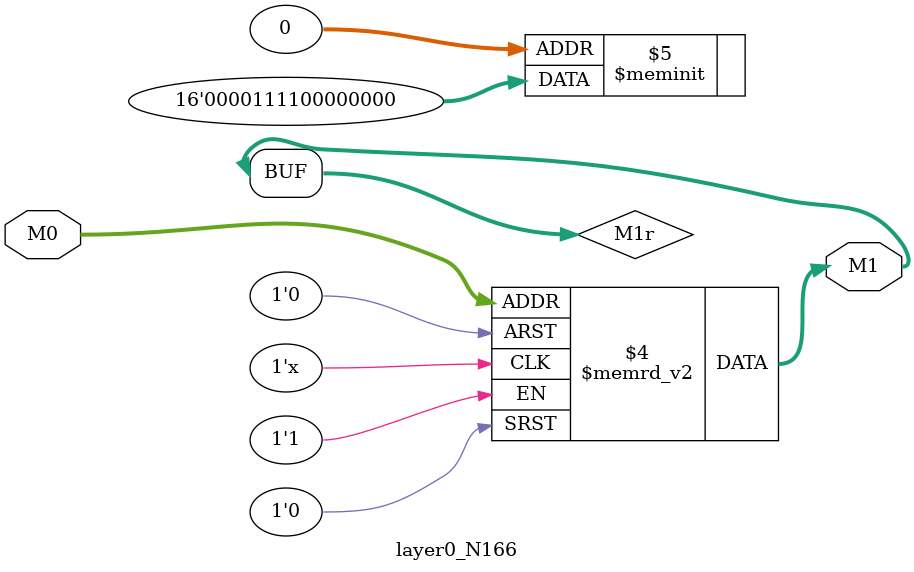
<source format=v>
module layer0_N166 ( input [2:0] M0, output [1:0] M1 );

	(*rom_style = "distributed" *) reg [1:0] M1r;
	assign M1 = M1r;
	always @ (M0) begin
		case (M0)
			3'b000: M1r = 2'b00;
			3'b100: M1r = 2'b11;
			3'b010: M1r = 2'b00;
			3'b110: M1r = 2'b00;
			3'b001: M1r = 2'b00;
			3'b101: M1r = 2'b11;
			3'b011: M1r = 2'b00;
			3'b111: M1r = 2'b00;

		endcase
	end
endmodule

</source>
